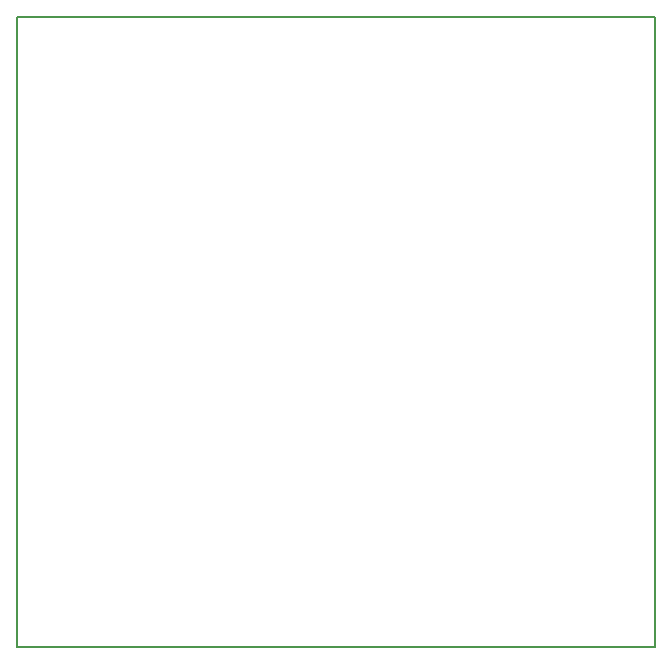
<source format=gbr>
G04 #@! TF.GenerationSoftware,KiCad,Pcbnew,(5.0.0)*
G04 #@! TF.CreationDate,2018-07-25T01:58:25+02:00*
G04 #@! TF.ProjectId,tda2030MonoAmplifier,746461323033304D6F6E6F416D706C69,rev?*
G04 #@! TF.SameCoordinates,Original*
G04 #@! TF.FileFunction,Profile,NP*
%FSLAX46Y46*%
G04 Gerber Fmt 4.6, Leading zero omitted, Abs format (unit mm)*
G04 Created by KiCad (PCBNEW (5.0.0)) date 07/25/18 01:58:25*
%MOMM*%
%LPD*%
G01*
G04 APERTURE LIST*
%ADD10C,0.200000*%
G04 APERTURE END LIST*
D10*
X106045000Y-92075000D02*
X160020000Y-92075000D01*
X106045000Y-145415000D02*
X106045000Y-92075000D01*
X160020000Y-145415000D02*
X106045000Y-145415000D01*
X160020000Y-92075000D02*
X160020000Y-145415000D01*
M02*

</source>
